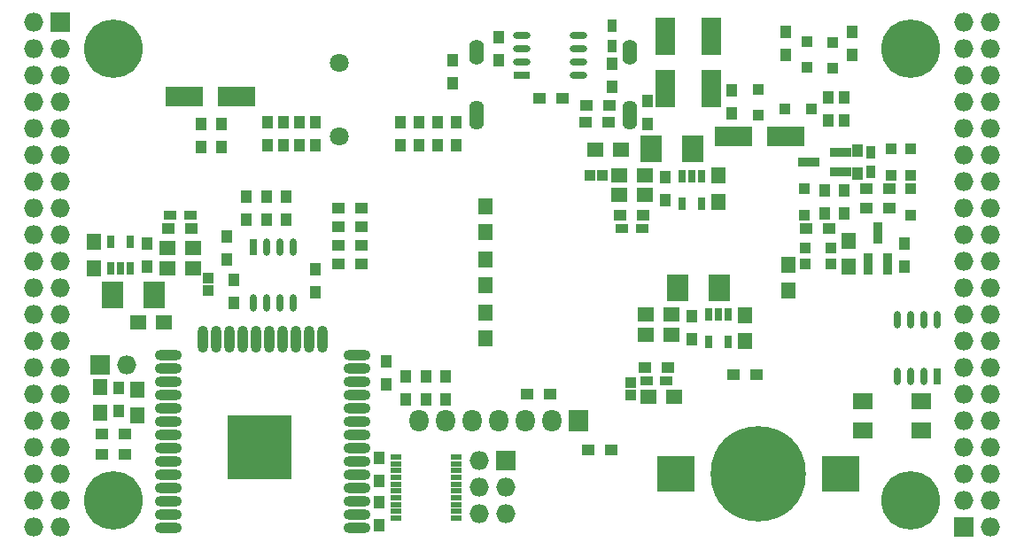
<source format=gbs>
G04 #@! TF.FileFunction,Soldermask,Bot*
%FSLAX46Y46*%
G04 Gerber Fmt 4.6, Leading zero omitted, Abs format (unit mm)*
G04 Created by KiCad (PCBNEW 4.0.7+dfsg1-1) date Fri Dec  8 15:27:47 2017*
%MOMM*%
%LPD*%
G01*
G04 APERTURE LIST*
%ADD10C,0.100000*%
%ADD11R,1.827200X1.827200*%
%ADD12O,1.827200X1.827200*%
%ADD13R,1.000000X1.300000*%
%ADD14R,1.100000X1.100000*%
%ADD15R,1.900000X3.600000*%
%ADD16R,2.100000X2.600000*%
%ADD17R,0.800000X1.300000*%
%ADD18R,1.350000X1.600000*%
%ADD19R,1.600000X1.350000*%
%ADD20R,0.900000X2.000000*%
%ADD21R,2.000000X0.900000*%
%ADD22R,1.300000X0.850000*%
%ADD23R,0.850000X1.300000*%
%ADD24R,1.300000X1.000000*%
%ADD25C,5.600000*%
%ADD26R,1.100000X0.500000*%
%ADD27R,1.827200X2.132000*%
%ADD28O,1.827200X2.132000*%
%ADD29R,3.600000X1.900000*%
%ADD30R,3.600000X3.400000*%
%ADD31C,9.100000*%
%ADD32C,1.800000*%
%ADD33O,1.400000X2.800000*%
%ADD34O,1.400000X2.400000*%
%ADD35R,0.700000X1.650000*%
%ADD36O,0.700000X1.650000*%
%ADD37R,1.650000X0.700000*%
%ADD38O,1.650000X0.700000*%
%ADD39O,2.600000X1.000000*%
%ADD40O,1.000000X2.600000*%
%ADD41R,6.100000X6.100000*%
%ADD42R,1.900000X1.500000*%
G04 APERTURE END LIST*
D10*
D11*
X97910000Y-62690000D03*
D12*
X95370000Y-62690000D03*
X97910000Y-65230000D03*
X95370000Y-65230000D03*
X97910000Y-67770000D03*
X95370000Y-67770000D03*
X97910000Y-70310000D03*
X95370000Y-70310000D03*
X97910000Y-72850000D03*
X95370000Y-72850000D03*
X97910000Y-75390000D03*
X95370000Y-75390000D03*
X97910000Y-77930000D03*
X95370000Y-77930000D03*
X97910000Y-80470000D03*
X95370000Y-80470000D03*
X97910000Y-83010000D03*
X95370000Y-83010000D03*
X97910000Y-85550000D03*
X95370000Y-85550000D03*
X97910000Y-88090000D03*
X95370000Y-88090000D03*
X97910000Y-90630000D03*
X95370000Y-90630000D03*
X97910000Y-93170000D03*
X95370000Y-93170000D03*
X97910000Y-95710000D03*
X95370000Y-95710000D03*
X97910000Y-98250000D03*
X95370000Y-98250000D03*
X97910000Y-100790000D03*
X95370000Y-100790000D03*
X97910000Y-103330000D03*
X95370000Y-103330000D03*
X97910000Y-105870000D03*
X95370000Y-105870000D03*
X97910000Y-108410000D03*
X95370000Y-108410000D03*
X97910000Y-110950000D03*
X95370000Y-110950000D03*
D13*
X103498000Y-99858000D03*
X103498000Y-97658000D03*
D14*
X152393000Y-97142000D03*
X152393000Y-98342000D03*
D15*
X155695000Y-69000000D03*
X155695000Y-64000000D03*
D13*
X154044000Y-72426000D03*
X154044000Y-70226000D03*
D16*
X160870000Y-88090000D03*
X156870000Y-88090000D03*
D17*
X159825000Y-90600000D03*
X160775000Y-90600000D03*
X161725000Y-90600000D03*
X161725000Y-93200000D03*
X159825000Y-93200000D03*
D16*
X102895000Y-88725000D03*
X106895000Y-88725000D03*
D17*
X104575000Y-86215000D03*
X103625000Y-86215000D03*
X102675000Y-86215000D03*
X102675000Y-83615000D03*
X104575000Y-83615000D03*
D16*
X158330000Y-74755000D03*
X154330000Y-74755000D03*
D17*
X157285000Y-77392000D03*
X158235000Y-77392000D03*
X159185000Y-77392000D03*
X159185000Y-79992000D03*
X157285000Y-79992000D03*
D18*
X101085000Y-83665000D03*
X101085000Y-86165000D03*
D19*
X153810000Y-90630000D03*
X156310000Y-90630000D03*
X153810000Y-92535000D03*
X156310000Y-92535000D03*
D18*
X163315000Y-93150000D03*
X163315000Y-90650000D03*
D19*
X151270000Y-79200000D03*
X153770000Y-79200000D03*
X151270000Y-77295000D03*
X153770000Y-77295000D03*
D18*
X160775000Y-79815000D03*
X160775000Y-77315000D03*
D19*
X110590000Y-84280000D03*
X108090000Y-84280000D03*
X110590000Y-86185000D03*
X108090000Y-86185000D03*
D18*
X173221000Y-86038000D03*
X173221000Y-83538000D03*
D20*
X176965000Y-85780000D03*
X175065000Y-85780000D03*
X176015000Y-82780000D03*
D21*
X172435000Y-75075000D03*
X172435000Y-76975000D03*
X169435000Y-76025000D03*
D22*
X153910000Y-96910000D03*
X155810000Y-96910000D03*
X151570000Y-82375000D03*
X153470000Y-82375000D03*
X110290000Y-81105000D03*
X108390000Y-81105000D03*
D23*
X175380000Y-75075000D03*
X175380000Y-76975000D03*
D24*
X169200000Y-82375000D03*
X171400000Y-82375000D03*
D13*
X172840000Y-80935000D03*
X172840000Y-78735000D03*
D24*
X177115000Y-80470000D03*
X174915000Y-80470000D03*
D13*
X174110000Y-74925000D03*
X174110000Y-77125000D03*
X178555000Y-83815000D03*
X178555000Y-86015000D03*
X113785000Y-83180000D03*
X113785000Y-85380000D03*
X170935000Y-80935000D03*
X170935000Y-78735000D03*
X128390000Y-108580000D03*
X128390000Y-110780000D03*
D24*
X150572000Y-103584000D03*
X148372000Y-103584000D03*
X177115000Y-78565000D03*
X174915000Y-78565000D03*
X153760000Y-95640000D03*
X155960000Y-95640000D03*
X110440000Y-82375000D03*
X108240000Y-82375000D03*
X151420000Y-81105000D03*
X153620000Y-81105000D03*
D13*
X158235000Y-90800000D03*
X158235000Y-93000000D03*
X106165000Y-86015000D03*
X106165000Y-83815000D03*
X155695000Y-77465000D03*
X155695000Y-79665000D03*
D24*
X126696000Y-85804000D03*
X124496000Y-85804000D03*
X126696000Y-84026000D03*
X124496000Y-84026000D03*
X126696000Y-82248000D03*
X124496000Y-82248000D03*
X126696000Y-80470000D03*
X124496000Y-80470000D03*
D13*
X130422000Y-74458000D03*
X130422000Y-72258000D03*
X132200000Y-74458000D03*
X132200000Y-72258000D03*
X133978000Y-74458000D03*
X133978000Y-72258000D03*
X135756000Y-74458000D03*
X135756000Y-72258000D03*
D23*
X150589600Y-64910000D03*
X150589600Y-63010000D03*
D11*
X184270000Y-110950000D03*
D12*
X186810000Y-110950000D03*
X184270000Y-108410000D03*
X186810000Y-108410000D03*
X184270000Y-105870000D03*
X186810000Y-105870000D03*
X184270000Y-103330000D03*
X186810000Y-103330000D03*
X184270000Y-100790000D03*
X186810000Y-100790000D03*
X184270000Y-98250000D03*
X186810000Y-98250000D03*
X184270000Y-95710000D03*
X186810000Y-95710000D03*
X184270000Y-93170000D03*
X186810000Y-93170000D03*
X184270000Y-90630000D03*
X186810000Y-90630000D03*
X184270000Y-88090000D03*
X186810000Y-88090000D03*
X184270000Y-85550000D03*
X186810000Y-85550000D03*
X184270000Y-83010000D03*
X186810000Y-83010000D03*
X184270000Y-80470000D03*
X186810000Y-80470000D03*
X184270000Y-77930000D03*
X186810000Y-77930000D03*
X184270000Y-75390000D03*
X186810000Y-75390000D03*
X184270000Y-72850000D03*
X186810000Y-72850000D03*
X184270000Y-70310000D03*
X186810000Y-70310000D03*
X184270000Y-67770000D03*
X186810000Y-67770000D03*
X184270000Y-65230000D03*
X186810000Y-65230000D03*
X184270000Y-62690000D03*
X186810000Y-62690000D03*
D25*
X102990000Y-108410000D03*
X179190000Y-108410000D03*
X179190000Y-65230000D03*
X102990000Y-65230000D03*
D13*
X162045000Y-71410000D03*
X162045000Y-69210000D03*
X139820000Y-66330000D03*
X139820000Y-64130000D03*
X135375000Y-68532000D03*
X135375000Y-66332000D03*
X150615000Y-68870000D03*
X150615000Y-66670000D03*
D24*
X150275000Y-72215000D03*
X148075000Y-72215000D03*
X150380000Y-70600000D03*
X148180000Y-70600000D03*
D26*
X135735000Y-104215000D03*
X135735000Y-104865000D03*
X135735000Y-105515000D03*
X135735000Y-106165000D03*
X135735000Y-106815000D03*
X135735000Y-107465000D03*
X135735000Y-108115000D03*
X135735000Y-108765000D03*
X135735000Y-109415000D03*
X135735000Y-110065000D03*
X129935000Y-110065000D03*
X129935000Y-109415000D03*
X129935000Y-108765000D03*
X129935000Y-108115000D03*
X129935000Y-107465000D03*
X129935000Y-106815000D03*
X129935000Y-106165000D03*
X129935000Y-105515000D03*
X129935000Y-104865000D03*
X129935000Y-104215000D03*
D13*
X119500000Y-79370000D03*
X119500000Y-81570000D03*
X114480000Y-89500000D03*
X114480000Y-87300000D03*
X129025000Y-97275000D03*
X129025000Y-95075000D03*
X117595000Y-79370000D03*
X117595000Y-81570000D03*
X122280000Y-86300000D03*
X122280000Y-88500000D03*
X115690000Y-79370000D03*
X115690000Y-81570000D03*
D24*
X144730000Y-98250000D03*
X142530000Y-98250000D03*
D13*
X132835000Y-98715000D03*
X132835000Y-96515000D03*
X130930000Y-98715000D03*
X130930000Y-96515000D03*
D24*
X101890000Y-103965000D03*
X104090000Y-103965000D03*
D11*
X101720000Y-95456000D03*
D12*
X104260000Y-95456000D03*
D24*
X104090000Y-102060000D03*
X101890000Y-102060000D03*
D18*
X167506000Y-88324000D03*
X167506000Y-85824000D03*
D24*
X164415000Y-96345000D03*
X162215000Y-96345000D03*
D13*
X167252000Y-65822000D03*
X167252000Y-63622000D03*
D11*
X140455000Y-104600000D03*
D12*
X137915000Y-104600000D03*
X140455000Y-107140000D03*
X137915000Y-107140000D03*
X140455000Y-109680000D03*
X137915000Y-109680000D03*
D18*
X138550000Y-90396000D03*
X138550000Y-92896000D03*
X138550000Y-82736000D03*
X138550000Y-80236000D03*
X138550000Y-85316000D03*
X138550000Y-87816000D03*
X101720000Y-97508000D03*
X101720000Y-100008000D03*
D13*
X113277000Y-74585000D03*
X113277000Y-72385000D03*
X111372000Y-74585000D03*
X111372000Y-72385000D03*
X172840000Y-72045000D03*
X172840000Y-69845000D03*
X171316000Y-72045000D03*
X171316000Y-69845000D03*
D27*
X147440000Y-100790000D03*
D28*
X144900000Y-100790000D03*
X142360000Y-100790000D03*
X139820000Y-100790000D03*
X137280000Y-100790000D03*
X134740000Y-100790000D03*
X132200000Y-100790000D03*
D18*
X105276000Y-100262000D03*
X105276000Y-97762000D03*
D29*
X109761000Y-69802000D03*
X114761000Y-69802000D03*
X167212000Y-73612000D03*
X162212000Y-73612000D03*
D15*
X160140000Y-64000000D03*
X160140000Y-69000000D03*
D19*
X154064000Y-98504000D03*
X156564000Y-98504000D03*
X107796000Y-91392000D03*
X105296000Y-91392000D03*
X151484000Y-74882000D03*
X148984000Y-74882000D03*
D13*
X173602000Y-65822000D03*
X173602000Y-63622000D03*
X134740000Y-96515000D03*
X134740000Y-98715000D03*
D30*
X172485000Y-105870000D03*
X156685000Y-105870000D03*
D31*
X164585000Y-105870000D03*
D14*
X169284000Y-66988000D03*
X169284000Y-64488000D03*
X171697000Y-67081000D03*
X171697000Y-64581000D03*
X169050000Y-84280000D03*
X171550000Y-84280000D03*
X179190000Y-81085000D03*
X179190000Y-78585000D03*
X169030000Y-81085000D03*
X169030000Y-78585000D03*
X171550000Y-85804000D03*
X169050000Y-85804000D03*
X179190000Y-77275000D03*
X179190000Y-74775000D03*
X177285000Y-74775000D03*
X177285000Y-77275000D03*
X167145000Y-70945000D03*
X169645000Y-70945000D03*
X164585000Y-69060000D03*
X164585000Y-71560000D03*
X112007000Y-87109000D03*
X112007000Y-88309000D03*
X149691000Y-77295000D03*
X148491000Y-77295000D03*
D13*
X128390000Y-106546000D03*
X128390000Y-104346000D03*
X117722000Y-74458000D03*
X117722000Y-72258000D03*
X119246000Y-74458000D03*
X119246000Y-72258000D03*
X120770000Y-74458000D03*
X120770000Y-72258000D03*
X122294000Y-74458000D03*
X122294000Y-72258000D03*
D24*
X145880000Y-69900000D03*
X143680000Y-69900000D03*
D32*
X124580000Y-66548000D03*
X124580000Y-73548000D03*
D33*
X152280000Y-71550000D03*
X137680000Y-71550000D03*
D34*
X137680000Y-65500000D03*
X152280000Y-65500000D03*
D35*
X181730000Y-96505000D03*
D36*
X180460000Y-96505000D03*
X179190000Y-96505000D03*
X177920000Y-96505000D03*
X177920000Y-91105000D03*
X179190000Y-91105000D03*
X180460000Y-91105000D03*
X181730000Y-91105000D03*
D37*
X141980000Y-67706500D03*
D38*
X141980000Y-66436500D03*
X141980000Y-65166500D03*
X141980000Y-63896500D03*
X147380000Y-63896500D03*
X147380000Y-65166500D03*
X147380000Y-66436500D03*
X147380000Y-67706500D03*
D35*
X116325000Y-84120000D03*
D36*
X117595000Y-84120000D03*
X118865000Y-84120000D03*
X120135000Y-84120000D03*
X120135000Y-89520000D03*
X118865000Y-89520000D03*
X117595000Y-89520000D03*
X116325000Y-89520000D03*
D39*
X126230000Y-111000000D03*
X126230000Y-109730000D03*
X126230000Y-108460000D03*
X126230000Y-107190000D03*
X126230000Y-105920000D03*
X126230000Y-104650000D03*
X126230000Y-103380000D03*
X126230000Y-102110000D03*
X126230000Y-100840000D03*
X126230000Y-99570000D03*
X126230000Y-98300000D03*
X126230000Y-97030000D03*
X126230000Y-95760000D03*
X126230000Y-94490000D03*
D40*
X122945000Y-93000000D03*
X121675000Y-93000000D03*
X120405000Y-93000000D03*
X119135000Y-93000000D03*
X117865000Y-93000000D03*
X116595000Y-93000000D03*
X115325000Y-93000000D03*
X114055000Y-93000000D03*
X112785000Y-93000000D03*
X111515000Y-93000000D03*
D39*
X108230000Y-94490000D03*
X108230000Y-95760000D03*
X108230000Y-97030000D03*
X108230000Y-98300000D03*
X108230000Y-99570000D03*
X108230000Y-100840000D03*
X108230000Y-102110000D03*
X108230000Y-103380000D03*
X108230000Y-104650000D03*
X108230000Y-105920000D03*
X108230000Y-107190000D03*
X108230000Y-108460000D03*
X108230000Y-109730000D03*
X108230000Y-111000000D03*
D41*
X116930000Y-103300000D03*
D42*
X180212000Y-98882000D03*
X174612000Y-98882000D03*
X174612000Y-101682000D03*
X180212000Y-101682000D03*
M02*

</source>
